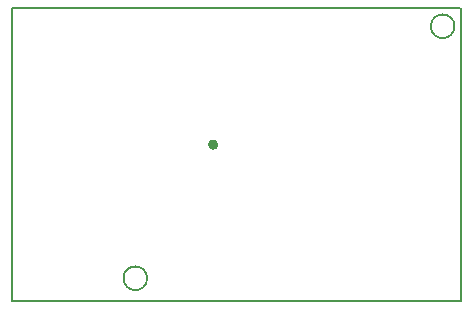
<source format=gbr>
G04 #@! TF.GenerationSoftware,KiCad,Pcbnew,(5.0.0)*
G04 #@! TF.CreationDate,2019-01-26T11:16:20+03:00*
G04 #@! TF.ProjectId,stm32mc,73746D33326D632E6B696361645F7063,rev?*
G04 #@! TF.SameCoordinates,Original*
G04 #@! TF.FileFunction,Glue,Bot*
G04 #@! TF.FilePolarity,Positive*
%FSLAX46Y46*%
G04 Gerber Fmt 4.6, Leading zero omitted, Abs format (unit mm)*
G04 Created by KiCad (PCBNEW (5.0.0)) date 01/26/19 11:16:20*
%MOMM*%
%LPD*%
G01*
G04 APERTURE LIST*
%ADD10C,0.150000*%
%ADD11C,0.100000*%
%ADD12C,0.133333*%
%ADD13C,0.186667*%
G04 APERTURE END LIST*
D10*
X58531000Y-19050000D02*
G75*
G03X58531000Y-19050000I-1000000J0D01*
G01*
X32512000Y-40386000D02*
G75*
G03X32512000Y-40386000I-1000000J0D01*
G01*
X59055000Y-42291000D02*
X59055000Y-17526000D01*
X59024000Y-17507000D02*
X21082000Y-17526000D01*
X21082000Y-42291000D02*
X59055000Y-42291000D01*
X21082000Y-17526000D02*
X21082000Y-42291000D01*
D11*
G04 #@! TO.C,Y1*
X38500000Y-29083000D02*
G75*
G03X38500000Y-29083000I-400000J0D01*
G01*
D12*
X38433333Y-29083000D02*
G75*
G03X38433333Y-29083000I-333333J0D01*
G01*
X38313333Y-29083000D02*
G75*
G03X38313333Y-29083000I-213333J0D01*
G01*
D13*
X38193333Y-29083000D02*
G75*
G03X38193333Y-29083000I-93333J0D01*
G01*
G04 #@! TD*
M02*

</source>
